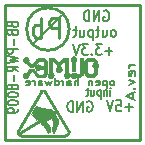
<source format=gbr>
G04 #@! TF.FileFunction,Legend,Bot*
%FSLAX46Y46*%
G04 Gerber Fmt 4.6, Leading zero omitted, Abs format (unit mm)*
G04 Created by KiCad (PCBNEW no-vcs-found-product) date 17.07.2015 (пт) 15,05,02 EEST*
%MOMM*%
G01*
G04 APERTURE LIST*
%ADD10C,0.100000*%
%ADD11C,0.200000*%
%ADD12C,0.175000*%
%ADD13C,0.150000*%
%ADD14C,0.254000*%
%ADD15C,0.050000*%
%ADD16C,0.009000*%
G04 APERTURE END LIST*
D10*
D11*
X26269905Y-24134143D02*
X25736571Y-24134143D01*
X25888952Y-24134143D02*
X25812762Y-24177000D01*
X25774667Y-24219857D01*
X25736571Y-24305571D01*
X25736571Y-24391286D01*
X26231810Y-25034143D02*
X26269905Y-24948429D01*
X26269905Y-24777000D01*
X26231810Y-24691286D01*
X26155619Y-24648429D01*
X25850857Y-24648429D01*
X25774667Y-24691286D01*
X25736571Y-24777000D01*
X25736571Y-24948429D01*
X25774667Y-25034143D01*
X25850857Y-25077000D01*
X25927048Y-25077000D01*
X26003238Y-24648429D01*
X25736571Y-25377000D02*
X26269905Y-25591286D01*
X25736571Y-25805572D01*
X26193714Y-26148429D02*
X26231810Y-26191286D01*
X26269905Y-26148429D01*
X26231810Y-26105572D01*
X26193714Y-26148429D01*
X26269905Y-26148429D01*
X26041333Y-26534143D02*
X26041333Y-26962714D01*
X26269905Y-26448428D02*
X25469905Y-26748428D01*
X26269905Y-27048428D01*
D12*
X15874214Y-20720499D02*
X15917071Y-20820499D01*
X15959929Y-20853832D01*
X16045643Y-20887166D01*
X16174214Y-20887166D01*
X16259929Y-20853832D01*
X16302786Y-20820499D01*
X16345643Y-20753832D01*
X16345643Y-20487166D01*
X15445643Y-20487166D01*
X15445643Y-20720499D01*
X15488500Y-20787166D01*
X15531357Y-20820499D01*
X15617071Y-20853832D01*
X15702786Y-20853832D01*
X15788500Y-20820499D01*
X15831357Y-20787166D01*
X15874214Y-20720499D01*
X15874214Y-20487166D01*
X15874214Y-21420499D02*
X15917071Y-21520499D01*
X15959929Y-21553832D01*
X16045643Y-21587166D01*
X16174214Y-21587166D01*
X16259929Y-21553832D01*
X16302786Y-21520499D01*
X16345643Y-21453832D01*
X16345643Y-21187166D01*
X15445643Y-21187166D01*
X15445643Y-21420499D01*
X15488500Y-21487166D01*
X15531357Y-21520499D01*
X15617071Y-21553832D01*
X15702786Y-21553832D01*
X15788500Y-21520499D01*
X15831357Y-21487166D01*
X15874214Y-21420499D01*
X15874214Y-21187166D01*
X16002786Y-21887166D02*
X16002786Y-22420499D01*
X16345643Y-22753833D02*
X15445643Y-22753833D01*
X15445643Y-23020499D01*
X15488500Y-23087166D01*
X15531357Y-23120499D01*
X15617071Y-23153833D01*
X15745643Y-23153833D01*
X15831357Y-23120499D01*
X15874214Y-23087166D01*
X15917071Y-23020499D01*
X15917071Y-22753833D01*
X15445643Y-23387166D02*
X16345643Y-23553833D01*
X15702786Y-23687166D01*
X16345643Y-23820499D01*
X15445643Y-23987166D01*
X16345643Y-24653833D02*
X15917071Y-24420499D01*
X16345643Y-24253833D02*
X15445643Y-24253833D01*
X15445643Y-24520499D01*
X15488500Y-24587166D01*
X15531357Y-24620499D01*
X15617071Y-24653833D01*
X15745643Y-24653833D01*
X15831357Y-24620499D01*
X15874214Y-24587166D01*
X15917071Y-24520499D01*
X15917071Y-24253833D01*
X16002786Y-24953833D02*
X16002786Y-25487166D01*
X15831357Y-25920500D02*
X15788500Y-25853833D01*
X15745643Y-25820500D01*
X15659929Y-25787166D01*
X15617071Y-25787166D01*
X15531357Y-25820500D01*
X15488500Y-25853833D01*
X15445643Y-25920500D01*
X15445643Y-26053833D01*
X15488500Y-26120500D01*
X15531357Y-26153833D01*
X15617071Y-26187166D01*
X15659929Y-26187166D01*
X15745643Y-26153833D01*
X15788500Y-26120500D01*
X15831357Y-26053833D01*
X15831357Y-25920500D01*
X15874214Y-25853833D01*
X15917071Y-25820500D01*
X16002786Y-25787166D01*
X16174214Y-25787166D01*
X16259929Y-25820500D01*
X16302786Y-25853833D01*
X16345643Y-25920500D01*
X16345643Y-26053833D01*
X16302786Y-26120500D01*
X16259929Y-26153833D01*
X16174214Y-26187166D01*
X16002786Y-26187166D01*
X15917071Y-26153833D01*
X15874214Y-26120500D01*
X15831357Y-26053833D01*
X15445643Y-26620500D02*
X15445643Y-26687167D01*
X15488500Y-26753833D01*
X15531357Y-26787167D01*
X15617071Y-26820500D01*
X15788500Y-26853833D01*
X16002786Y-26853833D01*
X16174214Y-26820500D01*
X16259929Y-26787167D01*
X16302786Y-26753833D01*
X16345643Y-26687167D01*
X16345643Y-26620500D01*
X16302786Y-26553833D01*
X16259929Y-26520500D01*
X16174214Y-26487167D01*
X16002786Y-26453833D01*
X15788500Y-26453833D01*
X15617071Y-26487167D01*
X15531357Y-26520500D01*
X15488500Y-26553833D01*
X15445643Y-26620500D01*
X15445643Y-27287167D02*
X15445643Y-27353834D01*
X15488500Y-27420500D01*
X15531357Y-27453834D01*
X15617071Y-27487167D01*
X15788500Y-27520500D01*
X16002786Y-27520500D01*
X16174214Y-27487167D01*
X16259929Y-27453834D01*
X16302786Y-27420500D01*
X16345643Y-27353834D01*
X16345643Y-27287167D01*
X16302786Y-27220500D01*
X16259929Y-27187167D01*
X16174214Y-27153834D01*
X16002786Y-27120500D01*
X15788500Y-27120500D01*
X15617071Y-27153834D01*
X15531357Y-27187167D01*
X15488500Y-27220500D01*
X15445643Y-27287167D01*
X16345643Y-27853834D02*
X16345643Y-27987167D01*
X16302786Y-28053834D01*
X16259929Y-28087167D01*
X16131357Y-28153834D01*
X15959929Y-28187167D01*
X15617071Y-28187167D01*
X15531357Y-28153834D01*
X15488500Y-28120501D01*
X15445643Y-28053834D01*
X15445643Y-27920501D01*
X15488500Y-27853834D01*
X15531357Y-27820501D01*
X15617071Y-27787167D01*
X15831357Y-27787167D01*
X15917071Y-27820501D01*
X15959929Y-27853834D01*
X16002786Y-27920501D01*
X16002786Y-28053834D01*
X15959929Y-28120501D01*
X15917071Y-28153834D01*
X15831357Y-28187167D01*
D13*
X24163214Y-26732667D02*
X24163214Y-26266000D01*
X24163214Y-26032667D02*
X24191785Y-26066000D01*
X24163214Y-26099333D01*
X24134642Y-26066000D01*
X24163214Y-26032667D01*
X24163214Y-26099333D01*
X23877500Y-26266000D02*
X23877500Y-26732667D01*
X23877500Y-26332667D02*
X23848928Y-26299333D01*
X23791786Y-26266000D01*
X23706071Y-26266000D01*
X23648928Y-26299333D01*
X23620357Y-26366000D01*
X23620357Y-26732667D01*
X23334643Y-26266000D02*
X23334643Y-26966000D01*
X23334643Y-26299333D02*
X23277500Y-26266000D01*
X23163214Y-26266000D01*
X23106071Y-26299333D01*
X23077500Y-26332667D01*
X23048929Y-26399333D01*
X23048929Y-26599333D01*
X23077500Y-26666000D01*
X23106071Y-26699333D01*
X23163214Y-26732667D01*
X23277500Y-26732667D01*
X23334643Y-26699333D01*
X22534643Y-26266000D02*
X22534643Y-26732667D01*
X22791786Y-26266000D02*
X22791786Y-26632667D01*
X22763214Y-26699333D01*
X22706072Y-26732667D01*
X22620357Y-26732667D01*
X22563214Y-26699333D01*
X22534643Y-26666000D01*
X22334643Y-26266000D02*
X22106072Y-26266000D01*
X22248929Y-26032667D02*
X22248929Y-26632667D01*
X22220357Y-26699333D01*
X22163215Y-26732667D01*
X22106072Y-26732667D01*
D11*
X22199523Y-27236000D02*
X22275714Y-27193143D01*
X22389999Y-27193143D01*
X22504285Y-27236000D01*
X22580476Y-27321714D01*
X22618571Y-27407429D01*
X22656666Y-27578857D01*
X22656666Y-27707429D01*
X22618571Y-27878857D01*
X22580476Y-27964571D01*
X22504285Y-28050286D01*
X22389999Y-28093143D01*
X22313809Y-28093143D01*
X22199523Y-28050286D01*
X22161428Y-28007429D01*
X22161428Y-27707429D01*
X22313809Y-27707429D01*
X21818571Y-28093143D02*
X21818571Y-27193143D01*
X21361428Y-28093143D01*
X21361428Y-27193143D01*
X20980476Y-28093143D02*
X20980476Y-27193143D01*
X20790000Y-27193143D01*
X20675714Y-27236000D01*
X20599523Y-27321714D01*
X20561428Y-27407429D01*
X20523333Y-27578857D01*
X20523333Y-27707429D01*
X20561428Y-27878857D01*
X20599523Y-27964571D01*
X20675714Y-28050286D01*
X20790000Y-28093143D01*
X20980476Y-28093143D01*
X26047571Y-27686786D02*
X25438047Y-27686786D01*
X25742809Y-28029643D02*
X25742809Y-27343929D01*
X24676142Y-27129643D02*
X25057095Y-27129643D01*
X25095190Y-27558214D01*
X25057095Y-27515357D01*
X24980904Y-27472500D01*
X24790428Y-27472500D01*
X24714238Y-27515357D01*
X24676142Y-27558214D01*
X24638047Y-27643929D01*
X24638047Y-27858214D01*
X24676142Y-27943929D01*
X24714238Y-27986786D01*
X24790428Y-28029643D01*
X24980904Y-28029643D01*
X25057095Y-27986786D01*
X25095190Y-27943929D01*
X24409476Y-27129643D02*
X24142809Y-28029643D01*
X23876142Y-27129643D01*
X24460001Y-21743143D02*
X24536192Y-21700286D01*
X24574287Y-21657429D01*
X24612382Y-21571714D01*
X24612382Y-21314571D01*
X24574287Y-21228857D01*
X24536192Y-21186000D01*
X24460001Y-21143143D01*
X24345715Y-21143143D01*
X24269525Y-21186000D01*
X24231430Y-21228857D01*
X24193334Y-21314571D01*
X24193334Y-21571714D01*
X24231430Y-21657429D01*
X24269525Y-21700286D01*
X24345715Y-21743143D01*
X24460001Y-21743143D01*
X23507620Y-21143143D02*
X23507620Y-21743143D01*
X23850477Y-21143143D02*
X23850477Y-21614571D01*
X23812382Y-21700286D01*
X23736191Y-21743143D01*
X23621905Y-21743143D01*
X23545715Y-21700286D01*
X23507620Y-21657429D01*
X23240953Y-21143143D02*
X22936191Y-21143143D01*
X23126667Y-20843143D02*
X23126667Y-21614571D01*
X23088572Y-21700286D01*
X23012381Y-21743143D01*
X22936191Y-21743143D01*
X22669524Y-21143143D02*
X22669524Y-22043143D01*
X22669524Y-21186000D02*
X22593333Y-21143143D01*
X22440952Y-21143143D01*
X22364762Y-21186000D01*
X22326667Y-21228857D01*
X22288571Y-21314571D01*
X22288571Y-21571714D01*
X22326667Y-21657429D01*
X22364762Y-21700286D01*
X22440952Y-21743143D01*
X22593333Y-21743143D01*
X22669524Y-21700286D01*
X21602857Y-21143143D02*
X21602857Y-21743143D01*
X21945714Y-21143143D02*
X21945714Y-21614571D01*
X21907619Y-21700286D01*
X21831428Y-21743143D01*
X21717142Y-21743143D01*
X21640952Y-21700286D01*
X21602857Y-21657429D01*
X21336190Y-21143143D02*
X21031428Y-21143143D01*
X21221904Y-20843143D02*
X21221904Y-21614571D01*
X21183809Y-21700286D01*
X21107618Y-21743143D01*
X21031428Y-21743143D01*
X23596523Y-19552500D02*
X23672714Y-19509643D01*
X23786999Y-19509643D01*
X23901285Y-19552500D01*
X23977476Y-19638214D01*
X24015571Y-19723929D01*
X24053666Y-19895357D01*
X24053666Y-20023929D01*
X24015571Y-20195357D01*
X23977476Y-20281071D01*
X23901285Y-20366786D01*
X23786999Y-20409643D01*
X23710809Y-20409643D01*
X23596523Y-20366786D01*
X23558428Y-20323929D01*
X23558428Y-20023929D01*
X23710809Y-20023929D01*
X23215571Y-20409643D02*
X23215571Y-19509643D01*
X22758428Y-20409643D01*
X22758428Y-19509643D01*
X22377476Y-20409643D02*
X22377476Y-19509643D01*
X22187000Y-19509643D01*
X22072714Y-19552500D01*
X21996523Y-19638214D01*
X21958428Y-19723929D01*
X21920333Y-19895357D01*
X21920333Y-20023929D01*
X21958428Y-20195357D01*
X21996523Y-20281071D01*
X22072714Y-20366786D01*
X22187000Y-20409643D01*
X22377476Y-20409643D01*
X24333000Y-22924286D02*
X23723476Y-22924286D01*
X24028238Y-23267143D02*
X24028238Y-22581429D01*
X23418714Y-22367143D02*
X22923476Y-22367143D01*
X23190143Y-22710000D01*
X23075857Y-22710000D01*
X22999667Y-22752857D01*
X22961571Y-22795714D01*
X22923476Y-22881429D01*
X22923476Y-23095714D01*
X22961571Y-23181429D01*
X22999667Y-23224286D01*
X23075857Y-23267143D01*
X23304429Y-23267143D01*
X23380619Y-23224286D01*
X23418714Y-23181429D01*
X22580619Y-23181429D02*
X22542524Y-23224286D01*
X22580619Y-23267143D01*
X22618714Y-23224286D01*
X22580619Y-23181429D01*
X22580619Y-23267143D01*
X22275857Y-22367143D02*
X21780619Y-22367143D01*
X22047286Y-22710000D01*
X21933000Y-22710000D01*
X21856810Y-22752857D01*
X21818714Y-22795714D01*
X21780619Y-22881429D01*
X21780619Y-23095714D01*
X21818714Y-23181429D01*
X21856810Y-23224286D01*
X21933000Y-23267143D01*
X22161572Y-23267143D01*
X22237762Y-23224286D01*
X22275857Y-23181429D01*
X21552048Y-22367143D02*
X21285381Y-23267143D01*
X21018714Y-22367143D01*
D13*
X24381164Y-25861929D02*
X24447831Y-25833357D01*
X24481164Y-25804786D01*
X24514498Y-25747643D01*
X24514498Y-25576214D01*
X24481164Y-25519071D01*
X24447831Y-25490500D01*
X24381164Y-25461929D01*
X24281164Y-25461929D01*
X24214498Y-25490500D01*
X24181164Y-25519071D01*
X24147831Y-25576214D01*
X24147831Y-25747643D01*
X24181164Y-25804786D01*
X24214498Y-25833357D01*
X24281164Y-25861929D01*
X24381164Y-25861929D01*
X23847831Y-25461929D02*
X23847831Y-26061929D01*
X23847831Y-25490500D02*
X23781165Y-25461929D01*
X23647831Y-25461929D01*
X23581165Y-25490500D01*
X23547831Y-25519071D01*
X23514498Y-25576214D01*
X23514498Y-25747643D01*
X23547831Y-25804786D01*
X23581165Y-25833357D01*
X23647831Y-25861929D01*
X23781165Y-25861929D01*
X23847831Y-25833357D01*
X22947832Y-25833357D02*
X23014498Y-25861929D01*
X23147832Y-25861929D01*
X23214498Y-25833357D01*
X23247832Y-25776214D01*
X23247832Y-25547643D01*
X23214498Y-25490500D01*
X23147832Y-25461929D01*
X23014498Y-25461929D01*
X22947832Y-25490500D01*
X22914498Y-25547643D01*
X22914498Y-25604786D01*
X23247832Y-25661929D01*
X22614498Y-25461929D02*
X22614498Y-25861929D01*
X22614498Y-25519071D02*
X22581165Y-25490500D01*
X22514498Y-25461929D01*
X22414498Y-25461929D01*
X22347832Y-25490500D01*
X22314498Y-25547643D01*
X22314498Y-25861929D01*
X21447832Y-25861929D02*
X21447832Y-25261929D01*
X21147832Y-25861929D02*
X21147832Y-25547643D01*
X21181166Y-25490500D01*
X21247832Y-25461929D01*
X21347832Y-25461929D01*
X21414499Y-25490500D01*
X21447832Y-25519071D01*
X20514499Y-25861929D02*
X20514499Y-25547643D01*
X20547833Y-25490500D01*
X20614499Y-25461929D01*
X20747833Y-25461929D01*
X20814499Y-25490500D01*
X20514499Y-25833357D02*
X20581166Y-25861929D01*
X20747833Y-25861929D01*
X20814499Y-25833357D01*
X20847833Y-25776214D01*
X20847833Y-25719071D01*
X20814499Y-25661929D01*
X20747833Y-25633357D01*
X20581166Y-25633357D01*
X20514499Y-25604786D01*
X20181166Y-25861929D02*
X20181166Y-25461929D01*
X20181166Y-25576214D02*
X20147833Y-25519071D01*
X20114500Y-25490500D01*
X20047833Y-25461929D01*
X19981166Y-25461929D01*
X19447833Y-25861929D02*
X19447833Y-25261929D01*
X19447833Y-25833357D02*
X19514500Y-25861929D01*
X19647833Y-25861929D01*
X19714500Y-25833357D01*
X19747833Y-25804786D01*
X19781167Y-25747643D01*
X19781167Y-25576214D01*
X19747833Y-25519071D01*
X19714500Y-25490500D01*
X19647833Y-25461929D01*
X19514500Y-25461929D01*
X19447833Y-25490500D01*
X19181167Y-25461929D02*
X19047834Y-25861929D01*
X18914500Y-25576214D01*
X18781167Y-25861929D01*
X18647834Y-25461929D01*
X18081167Y-25861929D02*
X18081167Y-25547643D01*
X18114501Y-25490500D01*
X18181167Y-25461929D01*
X18314501Y-25461929D01*
X18381167Y-25490500D01*
X18081167Y-25833357D02*
X18147834Y-25861929D01*
X18314501Y-25861929D01*
X18381167Y-25833357D01*
X18414501Y-25776214D01*
X18414501Y-25719071D01*
X18381167Y-25661929D01*
X18314501Y-25633357D01*
X18147834Y-25633357D01*
X18081167Y-25604786D01*
X17747834Y-25861929D02*
X17747834Y-25461929D01*
X17747834Y-25576214D02*
X17714501Y-25519071D01*
X17681168Y-25490500D01*
X17614501Y-25461929D01*
X17547834Y-25461929D01*
X17047835Y-25833357D02*
X17114501Y-25861929D01*
X17247835Y-25861929D01*
X17314501Y-25833357D01*
X17347835Y-25776214D01*
X17347835Y-25547643D01*
X17314501Y-25490500D01*
X17247835Y-25461929D01*
X17114501Y-25461929D01*
X17047835Y-25490500D01*
X17014501Y-25547643D01*
X17014501Y-25604786D01*
X17347835Y-25661929D01*
D14*
X15240000Y-19050000D02*
X26670000Y-19050000D01*
X15240000Y-30480000D02*
X15240000Y-19050000D01*
X26670000Y-30480000D02*
X15240000Y-30480000D01*
X26670000Y-19050000D02*
X26670000Y-30480000D01*
X19385280Y-28298140D02*
X18280380Y-28963620D01*
X19598640Y-28016200D02*
X16385540Y-29956760D01*
X18923000Y-29715460D02*
X18724880Y-29324300D01*
X18724880Y-29324300D02*
X18417540Y-28999180D01*
X18473420Y-28897580D02*
X18829020Y-29222700D01*
X18829020Y-29222700D02*
X18902680Y-29466540D01*
X18902680Y-29466540D02*
X18923000Y-29715460D01*
X19448780Y-29237940D02*
X19357340Y-29563060D01*
X19431000Y-28829000D02*
X19448780Y-29230320D01*
X19626580Y-28872180D02*
X19354800Y-29705300D01*
X19243040Y-28468320D02*
X19530060Y-28907740D01*
X19397980Y-28417520D02*
X19598640Y-28793440D01*
X17706340Y-28333700D02*
X17884140Y-28554680D01*
X17881600Y-27711400D02*
X17701260Y-28008580D01*
X19067780Y-27973020D02*
X18089880Y-27828240D01*
X17965420Y-27762200D02*
X17739360Y-27952700D01*
X18120360Y-27828240D02*
X17584420Y-28214320D01*
X18384520Y-27871420D02*
X17686020Y-28331160D01*
X18686780Y-27906980D02*
X17797780Y-28481020D01*
X18958560Y-27975560D02*
X17934940Y-28613100D01*
X19164300Y-28041600D02*
X18021300Y-28707080D01*
D15*
X17665700Y-28524200D02*
X17780000Y-28638500D01*
X17777460Y-28635960D02*
X17988280Y-28834080D01*
X17571720Y-28384500D02*
X17670780Y-28526740D01*
X17437100Y-28260040D02*
X17569180Y-28381960D01*
X17840960Y-27561540D02*
X17437100Y-28260040D01*
X18018760Y-27670760D02*
X17846040Y-27561540D01*
X18133060Y-27719020D02*
X18018760Y-27670760D01*
X18407380Y-27764740D02*
X18135600Y-27716480D01*
X19070320Y-27853640D02*
X18407380Y-27764740D01*
X19141440Y-27873960D02*
X19070320Y-27853640D01*
X19174460Y-27896820D02*
X19141440Y-27873960D01*
X19220180Y-27945080D02*
X19177000Y-27899360D01*
X19314160Y-28064460D02*
X19220180Y-27945080D01*
X19644360Y-28587700D02*
X19512280Y-28384500D01*
X19712940Y-28724000D02*
X19644360Y-28584000D01*
X19728180Y-28818840D02*
X19712940Y-28727400D01*
X19728180Y-28935680D02*
X19728180Y-28821380D01*
X19715480Y-28999180D02*
X19728180Y-28938220D01*
X19425920Y-29811980D02*
X19712940Y-28996640D01*
X19397980Y-29842460D02*
X19425920Y-29811980D01*
X19352260Y-29860240D02*
X19392900Y-29845000D01*
X19311620Y-29850080D02*
X19352260Y-29860240D01*
X19270980Y-29817060D02*
X19311620Y-29850080D01*
X19240500Y-29748480D02*
X19270980Y-29817060D01*
X19225260Y-29634180D02*
X19240500Y-29748480D01*
X19232880Y-29522420D02*
X19225260Y-29634180D01*
X19255740Y-29397960D02*
X19232880Y-29522420D01*
X19286220Y-29314140D02*
X19255740Y-29397960D01*
X19316700Y-29255720D02*
X19286220Y-29314140D01*
X19304000Y-28968700D02*
X19316700Y-29255720D01*
X19319240Y-28900120D02*
X19304000Y-28968700D01*
X19314160Y-28841700D02*
X19316700Y-28900120D01*
X19230340Y-28717240D02*
X19314160Y-28841700D01*
X19151600Y-28577540D02*
X19230340Y-28717240D01*
X18656300Y-28882340D02*
X19151600Y-28577540D01*
X18900140Y-29103320D02*
X18653760Y-28879800D01*
X18953480Y-29182060D02*
X18900140Y-29103320D01*
X18996660Y-29270960D02*
X18953480Y-29182060D01*
X19029680Y-29397960D02*
X18996660Y-29276040D01*
X19044920Y-29532580D02*
X19029680Y-29397960D01*
X19042380Y-29659580D02*
X19044920Y-29532580D01*
X19032220Y-29733240D02*
X19042480Y-29659580D01*
X19014440Y-29781500D02*
X19032220Y-29733240D01*
X18996660Y-29804360D02*
X19014440Y-29782750D01*
X18958560Y-29829760D02*
X18991580Y-29809440D01*
X18877280Y-29842460D02*
X18956020Y-29829760D01*
X18554700Y-29309060D02*
X18630900Y-29425900D01*
X18630900Y-29425900D02*
X18877280Y-29842460D01*
X18470880Y-29215080D02*
X18554700Y-29309060D01*
X18415000Y-29166820D02*
X18470880Y-29215080D01*
X18293080Y-29077920D02*
X18415000Y-29166820D01*
D14*
X16578580Y-30109160D02*
G75*
G02X16355060Y-29814520I35560J259080D01*
G01*
X20650200Y-29865320D02*
G75*
G02X20429220Y-30106620I-231140J-10160D01*
G01*
X18333720Y-26349960D02*
G75*
G02X18623280Y-26349960I144780J-144780D01*
G01*
X20647660Y-29829760D02*
X18669000Y-26405840D01*
X20350480Y-30111700D02*
X16586200Y-30109160D01*
X18293080Y-26400760D02*
X16365220Y-29745940D01*
D16*
G36*
X20818158Y-24992594D02*
X20820346Y-25040773D01*
X20830306Y-25084058D01*
X20836255Y-25098242D01*
X20859793Y-25134881D01*
X20892539Y-25171432D01*
X20929440Y-25202850D01*
X20959578Y-25221400D01*
X20982940Y-25229240D01*
X20982940Y-25002490D01*
X20986007Y-24968295D01*
X20996575Y-24946238D01*
X21016698Y-24934223D01*
X21048429Y-24930155D01*
X21053874Y-24930100D01*
X21079529Y-24931875D01*
X21100358Y-24936408D01*
X21107632Y-24939829D01*
X21120853Y-24957825D01*
X21127833Y-24984371D01*
X21128563Y-25014147D01*
X21123032Y-25041830D01*
X21111232Y-25062097D01*
X21107862Y-25064983D01*
X21087757Y-25072766D01*
X21060251Y-25075316D01*
X21031480Y-25072929D01*
X21007580Y-25065906D01*
X20998180Y-25059640D01*
X20988325Y-25044956D01*
X20983725Y-25023499D01*
X20982940Y-25002490D01*
X20982940Y-25229240D01*
X20995554Y-25233473D01*
X21038649Y-25239859D01*
X21082567Y-25240200D01*
X21121010Y-25234137D01*
X21130270Y-25231117D01*
X21161768Y-25215513D01*
X21194897Y-25193325D01*
X21224440Y-25168487D01*
X21245183Y-25144932D01*
X21245830Y-25143959D01*
X21261070Y-25120644D01*
X21423240Y-25120622D01*
X21482508Y-25120344D01*
X21528414Y-25119456D01*
X21562824Y-25117849D01*
X21587609Y-25115414D01*
X21604637Y-25112044D01*
X21611555Y-25109676D01*
X21626884Y-25100040D01*
X21650138Y-25081471D01*
X21679051Y-25056170D01*
X21711357Y-25026340D01*
X21744792Y-24994186D01*
X21777090Y-24961909D01*
X21805985Y-24931713D01*
X21829212Y-24905800D01*
X21844505Y-24886374D01*
X21848864Y-24878910D01*
X21850727Y-24872164D01*
X21852363Y-24860695D01*
X21853787Y-24843617D01*
X21855012Y-24820043D01*
X21856049Y-24789086D01*
X21856914Y-24749858D01*
X21857619Y-24701474D01*
X21858178Y-24643046D01*
X21858603Y-24573686D01*
X21858909Y-24492509D01*
X21859108Y-24398628D01*
X21859213Y-24291154D01*
X21859240Y-24187395D01*
X21859240Y-23520400D01*
X21741130Y-23520400D01*
X21623020Y-23520400D01*
X21623020Y-24151159D01*
X21623020Y-24781919D01*
X21571394Y-24833149D01*
X21519768Y-24884380D01*
X21390419Y-24884358D01*
X21261070Y-24884336D01*
X21245830Y-24861021D01*
X21226434Y-24838518D01*
X21198043Y-24814025D01*
X21165719Y-24791442D01*
X21134523Y-24774666D01*
X21132597Y-24773845D01*
X21093747Y-24763990D01*
X21048329Y-24762231D01*
X21002493Y-24768266D01*
X20962389Y-24781792D01*
X20961417Y-24782271D01*
X20916989Y-24810817D01*
X20876499Y-24848643D01*
X20844754Y-24891004D01*
X20837008Y-24905183D01*
X20823720Y-24945428D01*
X20818158Y-24992594D01*
X20818158Y-24992594D01*
X20818158Y-24992594D01*
G37*
X20818158Y-24992594D02*
X20820346Y-25040773D01*
X20830306Y-25084058D01*
X20836255Y-25098242D01*
X20859793Y-25134881D01*
X20892539Y-25171432D01*
X20929440Y-25202850D01*
X20959578Y-25221400D01*
X20982940Y-25229240D01*
X20982940Y-25002490D01*
X20986007Y-24968295D01*
X20996575Y-24946238D01*
X21016698Y-24934223D01*
X21048429Y-24930155D01*
X21053874Y-24930100D01*
X21079529Y-24931875D01*
X21100358Y-24936408D01*
X21107632Y-24939829D01*
X21120853Y-24957825D01*
X21127833Y-24984371D01*
X21128563Y-25014147D01*
X21123032Y-25041830D01*
X21111232Y-25062097D01*
X21107862Y-25064983D01*
X21087757Y-25072766D01*
X21060251Y-25075316D01*
X21031480Y-25072929D01*
X21007580Y-25065906D01*
X20998180Y-25059640D01*
X20988325Y-25044956D01*
X20983725Y-25023499D01*
X20982940Y-25002490D01*
X20982940Y-25229240D01*
X20995554Y-25233473D01*
X21038649Y-25239859D01*
X21082567Y-25240200D01*
X21121010Y-25234137D01*
X21130270Y-25231117D01*
X21161768Y-25215513D01*
X21194897Y-25193325D01*
X21224440Y-25168487D01*
X21245183Y-25144932D01*
X21245830Y-25143959D01*
X21261070Y-25120644D01*
X21423240Y-25120622D01*
X21482508Y-25120344D01*
X21528414Y-25119456D01*
X21562824Y-25117849D01*
X21587609Y-25115414D01*
X21604637Y-25112044D01*
X21611555Y-25109676D01*
X21626884Y-25100040D01*
X21650138Y-25081471D01*
X21679051Y-25056170D01*
X21711357Y-25026340D01*
X21744792Y-24994186D01*
X21777090Y-24961909D01*
X21805985Y-24931713D01*
X21829212Y-24905800D01*
X21844505Y-24886374D01*
X21848864Y-24878910D01*
X21850727Y-24872164D01*
X21852363Y-24860695D01*
X21853787Y-24843617D01*
X21855012Y-24820043D01*
X21856049Y-24789086D01*
X21856914Y-24749858D01*
X21857619Y-24701474D01*
X21858178Y-24643046D01*
X21858603Y-24573686D01*
X21858909Y-24492509D01*
X21859108Y-24398628D01*
X21859213Y-24291154D01*
X21859240Y-24187395D01*
X21859240Y-23520400D01*
X21741130Y-23520400D01*
X21623020Y-23520400D01*
X21623020Y-24151159D01*
X21623020Y-24781919D01*
X21571394Y-24833149D01*
X21519768Y-24884380D01*
X21390419Y-24884358D01*
X21261070Y-24884336D01*
X21245830Y-24861021D01*
X21226434Y-24838518D01*
X21198043Y-24814025D01*
X21165719Y-24791442D01*
X21134523Y-24774666D01*
X21132597Y-24773845D01*
X21093747Y-24763990D01*
X21048329Y-24762231D01*
X21002493Y-24768266D01*
X20962389Y-24781792D01*
X20961417Y-24782271D01*
X20916989Y-24810817D01*
X20876499Y-24848643D01*
X20844754Y-24891004D01*
X20837008Y-24905183D01*
X20823720Y-24945428D01*
X20818158Y-24992594D01*
X20818158Y-24992594D01*
G36*
X18873943Y-24977521D02*
X18874546Y-25026296D01*
X18883830Y-25073446D01*
X18893424Y-25098242D01*
X18916585Y-25134627D01*
X18949088Y-25171094D01*
X18985916Y-25202612D01*
X19016478Y-25221565D01*
X19039840Y-25229181D01*
X19039840Y-25002490D01*
X19042907Y-24968295D01*
X19053475Y-24946238D01*
X19073598Y-24934223D01*
X19105329Y-24930155D01*
X19110774Y-24930100D01*
X19136429Y-24931875D01*
X19157258Y-24936408D01*
X19164532Y-24939829D01*
X19177753Y-24957825D01*
X19184733Y-24984371D01*
X19185463Y-25014147D01*
X19179932Y-25041830D01*
X19168132Y-25062097D01*
X19164762Y-25064983D01*
X19144657Y-25072766D01*
X19117151Y-25075316D01*
X19088380Y-25072929D01*
X19064480Y-25065906D01*
X19055080Y-25059640D01*
X19045225Y-25044956D01*
X19040625Y-25023499D01*
X19039840Y-25002490D01*
X19039840Y-25229181D01*
X19056281Y-25234541D01*
X19103265Y-25239735D01*
X19151525Y-25237172D01*
X19195150Y-25226873D01*
X19209537Y-25220812D01*
X19252699Y-25192747D01*
X19292696Y-25154253D01*
X19324881Y-25110070D01*
X19333165Y-25094704D01*
X19347712Y-25051865D01*
X19353526Y-25004259D01*
X19350317Y-24957872D01*
X19341351Y-24926362D01*
X19324780Y-24894663D01*
X19302231Y-24861785D01*
X19277556Y-24832753D01*
X19254604Y-24812592D01*
X19253699Y-24811990D01*
X19230384Y-24796750D01*
X19230362Y-24276685D01*
X19230340Y-23756620D01*
X19262781Y-23756620D01*
X19271514Y-23756827D01*
X19279714Y-23758144D01*
X19288598Y-23761612D01*
X19299382Y-23768275D01*
X19313286Y-23779173D01*
X19331524Y-23795350D01*
X19355317Y-23817847D01*
X19385879Y-23847708D01*
X19424429Y-23885973D01*
X19472184Y-23933686D01*
X19487571Y-23949080D01*
X19679920Y-24141540D01*
X19679898Y-24213875D01*
X19679733Y-24247499D01*
X19678646Y-24269342D01*
X19675717Y-24282861D01*
X19670023Y-24291515D01*
X19660644Y-24298763D01*
X19656561Y-24301450D01*
X19631138Y-24323562D01*
X19605302Y-24355097D01*
X19582838Y-24390831D01*
X19568268Y-24423320D01*
X19559743Y-24466981D01*
X19560346Y-24515756D01*
X19569630Y-24562906D01*
X19579224Y-24587702D01*
X19602385Y-24624087D01*
X19634888Y-24660553D01*
X19671716Y-24692072D01*
X19702278Y-24711024D01*
X19725640Y-24718641D01*
X19725640Y-24491950D01*
X19728707Y-24457755D01*
X19739275Y-24435698D01*
X19759398Y-24423683D01*
X19791129Y-24419615D01*
X19796574Y-24419560D01*
X19822229Y-24421335D01*
X19843058Y-24425868D01*
X19850332Y-24429289D01*
X19863553Y-24447285D01*
X19870533Y-24473831D01*
X19871263Y-24503607D01*
X19865732Y-24531290D01*
X19853932Y-24551557D01*
X19850562Y-24554443D01*
X19830457Y-24562226D01*
X19802951Y-24564776D01*
X19774180Y-24562389D01*
X19750280Y-24555366D01*
X19740880Y-24549100D01*
X19731025Y-24534416D01*
X19726425Y-24512959D01*
X19725640Y-24491950D01*
X19725640Y-24718641D01*
X19742081Y-24724001D01*
X19789065Y-24729195D01*
X19837325Y-24726632D01*
X19880950Y-24716333D01*
X19895336Y-24710272D01*
X19938499Y-24682207D01*
X19978496Y-24643713D01*
X20010681Y-24599530D01*
X20018965Y-24584164D01*
X20033512Y-24541325D01*
X20039326Y-24493719D01*
X20036117Y-24447332D01*
X20027151Y-24415822D01*
X20010580Y-24384123D01*
X19988031Y-24351245D01*
X19963356Y-24322213D01*
X19940404Y-24302052D01*
X19939499Y-24301450D01*
X19928694Y-24293905D01*
X19921880Y-24286100D01*
X19918136Y-24274578D01*
X19916540Y-24255879D01*
X19916172Y-24226546D01*
X19916162Y-24213875D01*
X19916140Y-24141540D01*
X20108489Y-23949080D01*
X20159076Y-23898499D01*
X20200113Y-23857660D01*
X20232817Y-23825522D01*
X20258406Y-23801043D01*
X20278096Y-23783179D01*
X20293105Y-23770890D01*
X20304650Y-23763132D01*
X20313949Y-23758864D01*
X20322219Y-23757043D01*
X20330677Y-23756627D01*
X20333279Y-23756620D01*
X20365720Y-23756620D01*
X20365698Y-24276685D01*
X20365676Y-24796750D01*
X20342361Y-24811990D01*
X20316938Y-24834102D01*
X20291102Y-24865637D01*
X20268638Y-24901371D01*
X20254068Y-24933860D01*
X20245543Y-24977521D01*
X20246146Y-25026296D01*
X20255430Y-25073446D01*
X20265024Y-25098242D01*
X20288244Y-25134713D01*
X20320795Y-25171194D01*
X20357633Y-25202636D01*
X20388078Y-25221400D01*
X20411440Y-25229251D01*
X20411440Y-25002490D01*
X20414507Y-24968295D01*
X20425075Y-24946238D01*
X20445198Y-24934223D01*
X20476929Y-24930155D01*
X20482374Y-24930100D01*
X20508029Y-24931875D01*
X20528858Y-24936408D01*
X20536132Y-24939829D01*
X20549353Y-24957825D01*
X20556333Y-24984371D01*
X20557063Y-25014147D01*
X20551532Y-25041830D01*
X20539732Y-25062097D01*
X20536362Y-25064983D01*
X20516257Y-25072766D01*
X20488751Y-25075316D01*
X20459980Y-25072929D01*
X20436080Y-25065906D01*
X20426680Y-25059640D01*
X20416825Y-25044956D01*
X20412225Y-25023499D01*
X20411440Y-25002490D01*
X20411440Y-25229251D01*
X20423708Y-25233374D01*
X20466464Y-25239790D01*
X20510083Y-25240284D01*
X20548303Y-25234493D01*
X20558326Y-25231270D01*
X20608193Y-25204826D01*
X20653551Y-25166544D01*
X20691000Y-25119788D01*
X20713177Y-25078077D01*
X20721269Y-25046638D01*
X20724352Y-25007549D01*
X20722436Y-24967551D01*
X20715532Y-24933385D01*
X20712951Y-24926362D01*
X20696380Y-24894663D01*
X20673831Y-24861785D01*
X20649156Y-24832753D01*
X20626204Y-24812592D01*
X20625299Y-24811990D01*
X20601984Y-24796750D01*
X20601962Y-24158575D01*
X20601940Y-23520400D01*
X20419556Y-23520400D01*
X20360749Y-23520740D01*
X20309350Y-23521714D01*
X20267202Y-23523248D01*
X20236145Y-23525271D01*
X20218021Y-23527711D01*
X20215721Y-23528380D01*
X20205527Y-23535477D01*
X20185982Y-23552154D01*
X20158439Y-23577143D01*
X20124252Y-23609174D01*
X20084776Y-23646981D01*
X20041363Y-23689295D01*
X19996096Y-23734121D01*
X19797921Y-23931883D01*
X19603665Y-23736804D01*
X19558062Y-23691387D01*
X19514903Y-23649125D01*
X19475578Y-23611323D01*
X19441477Y-23579291D01*
X19413991Y-23554335D01*
X19394509Y-23537764D01*
X19384890Y-23531063D01*
X19372728Y-23527440D01*
X19353870Y-23524672D01*
X19326607Y-23522672D01*
X19289232Y-23521352D01*
X19240039Y-23520623D01*
X19177321Y-23520400D01*
X19177245Y-23520400D01*
X18994120Y-23520400D01*
X18994098Y-24158575D01*
X18994076Y-24796750D01*
X18970761Y-24811990D01*
X18945338Y-24834102D01*
X18919502Y-24865637D01*
X18897038Y-24901371D01*
X18882468Y-24933860D01*
X18873943Y-24977521D01*
X18873943Y-24977521D01*
X18873943Y-24977521D01*
G37*
X18873943Y-24977521D02*
X18874546Y-25026296D01*
X18883830Y-25073446D01*
X18893424Y-25098242D01*
X18916585Y-25134627D01*
X18949088Y-25171094D01*
X18985916Y-25202612D01*
X19016478Y-25221565D01*
X19039840Y-25229181D01*
X19039840Y-25002490D01*
X19042907Y-24968295D01*
X19053475Y-24946238D01*
X19073598Y-24934223D01*
X19105329Y-24930155D01*
X19110774Y-24930100D01*
X19136429Y-24931875D01*
X19157258Y-24936408D01*
X19164532Y-24939829D01*
X19177753Y-24957825D01*
X19184733Y-24984371D01*
X19185463Y-25014147D01*
X19179932Y-25041830D01*
X19168132Y-25062097D01*
X19164762Y-25064983D01*
X19144657Y-25072766D01*
X19117151Y-25075316D01*
X19088380Y-25072929D01*
X19064480Y-25065906D01*
X19055080Y-25059640D01*
X19045225Y-25044956D01*
X19040625Y-25023499D01*
X19039840Y-25002490D01*
X19039840Y-25229181D01*
X19056281Y-25234541D01*
X19103265Y-25239735D01*
X19151525Y-25237172D01*
X19195150Y-25226873D01*
X19209537Y-25220812D01*
X19252699Y-25192747D01*
X19292696Y-25154253D01*
X19324881Y-25110070D01*
X19333165Y-25094704D01*
X19347712Y-25051865D01*
X19353526Y-25004259D01*
X19350317Y-24957872D01*
X19341351Y-24926362D01*
X19324780Y-24894663D01*
X19302231Y-24861785D01*
X19277556Y-24832753D01*
X19254604Y-24812592D01*
X19253699Y-24811990D01*
X19230384Y-24796750D01*
X19230362Y-24276685D01*
X19230340Y-23756620D01*
X19262781Y-23756620D01*
X19271514Y-23756827D01*
X19279714Y-23758144D01*
X19288598Y-23761612D01*
X19299382Y-23768275D01*
X19313286Y-23779173D01*
X19331524Y-23795350D01*
X19355317Y-23817847D01*
X19385879Y-23847708D01*
X19424429Y-23885973D01*
X19472184Y-23933686D01*
X19487571Y-23949080D01*
X19679920Y-24141540D01*
X19679898Y-24213875D01*
X19679733Y-24247499D01*
X19678646Y-24269342D01*
X19675717Y-24282861D01*
X19670023Y-24291515D01*
X19660644Y-24298763D01*
X19656561Y-24301450D01*
X19631138Y-24323562D01*
X19605302Y-24355097D01*
X19582838Y-24390831D01*
X19568268Y-24423320D01*
X19559743Y-24466981D01*
X19560346Y-24515756D01*
X19569630Y-24562906D01*
X19579224Y-24587702D01*
X19602385Y-24624087D01*
X19634888Y-24660553D01*
X19671716Y-24692072D01*
X19702278Y-24711024D01*
X19725640Y-24718641D01*
X19725640Y-24491950D01*
X19728707Y-24457755D01*
X19739275Y-24435698D01*
X19759398Y-24423683D01*
X19791129Y-24419615D01*
X19796574Y-24419560D01*
X19822229Y-24421335D01*
X19843058Y-24425868D01*
X19850332Y-24429289D01*
X19863553Y-24447285D01*
X19870533Y-24473831D01*
X19871263Y-24503607D01*
X19865732Y-24531290D01*
X19853932Y-24551557D01*
X19850562Y-24554443D01*
X19830457Y-24562226D01*
X19802951Y-24564776D01*
X19774180Y-24562389D01*
X19750280Y-24555366D01*
X19740880Y-24549100D01*
X19731025Y-24534416D01*
X19726425Y-24512959D01*
X19725640Y-24491950D01*
X19725640Y-24718641D01*
X19742081Y-24724001D01*
X19789065Y-24729195D01*
X19837325Y-24726632D01*
X19880950Y-24716333D01*
X19895336Y-24710272D01*
X19938499Y-24682207D01*
X19978496Y-24643713D01*
X20010681Y-24599530D01*
X20018965Y-24584164D01*
X20033512Y-24541325D01*
X20039326Y-24493719D01*
X20036117Y-24447332D01*
X20027151Y-24415822D01*
X20010580Y-24384123D01*
X19988031Y-24351245D01*
X19963356Y-24322213D01*
X19940404Y-24302052D01*
X19939499Y-24301450D01*
X19928694Y-24293905D01*
X19921880Y-24286100D01*
X19918136Y-24274578D01*
X19916540Y-24255879D01*
X19916172Y-24226546D01*
X19916162Y-24213875D01*
X19916140Y-24141540D01*
X20108489Y-23949080D01*
X20159076Y-23898499D01*
X20200113Y-23857660D01*
X20232817Y-23825522D01*
X20258406Y-23801043D01*
X20278096Y-23783179D01*
X20293105Y-23770890D01*
X20304650Y-23763132D01*
X20313949Y-23758864D01*
X20322219Y-23757043D01*
X20330677Y-23756627D01*
X20333279Y-23756620D01*
X20365720Y-23756620D01*
X20365698Y-24276685D01*
X20365676Y-24796750D01*
X20342361Y-24811990D01*
X20316938Y-24834102D01*
X20291102Y-24865637D01*
X20268638Y-24901371D01*
X20254068Y-24933860D01*
X20245543Y-24977521D01*
X20246146Y-25026296D01*
X20255430Y-25073446D01*
X20265024Y-25098242D01*
X20288244Y-25134713D01*
X20320795Y-25171194D01*
X20357633Y-25202636D01*
X20388078Y-25221400D01*
X20411440Y-25229251D01*
X20411440Y-25002490D01*
X20414507Y-24968295D01*
X20425075Y-24946238D01*
X20445198Y-24934223D01*
X20476929Y-24930155D01*
X20482374Y-24930100D01*
X20508029Y-24931875D01*
X20528858Y-24936408D01*
X20536132Y-24939829D01*
X20549353Y-24957825D01*
X20556333Y-24984371D01*
X20557063Y-25014147D01*
X20551532Y-25041830D01*
X20539732Y-25062097D01*
X20536362Y-25064983D01*
X20516257Y-25072766D01*
X20488751Y-25075316D01*
X20459980Y-25072929D01*
X20436080Y-25065906D01*
X20426680Y-25059640D01*
X20416825Y-25044956D01*
X20412225Y-25023499D01*
X20411440Y-25002490D01*
X20411440Y-25229251D01*
X20423708Y-25233374D01*
X20466464Y-25239790D01*
X20510083Y-25240284D01*
X20548303Y-25234493D01*
X20558326Y-25231270D01*
X20608193Y-25204826D01*
X20653551Y-25166544D01*
X20691000Y-25119788D01*
X20713177Y-25078077D01*
X20721269Y-25046638D01*
X20724352Y-25007549D01*
X20722436Y-24967551D01*
X20715532Y-24933385D01*
X20712951Y-24926362D01*
X20696380Y-24894663D01*
X20673831Y-24861785D01*
X20649156Y-24832753D01*
X20626204Y-24812592D01*
X20625299Y-24811990D01*
X20601984Y-24796750D01*
X20601962Y-24158575D01*
X20601940Y-23520400D01*
X20419556Y-23520400D01*
X20360749Y-23520740D01*
X20309350Y-23521714D01*
X20267202Y-23523248D01*
X20236145Y-23525271D01*
X20218021Y-23527711D01*
X20215721Y-23528380D01*
X20205527Y-23535477D01*
X20185982Y-23552154D01*
X20158439Y-23577143D01*
X20124252Y-23609174D01*
X20084776Y-23646981D01*
X20041363Y-23689295D01*
X19996096Y-23734121D01*
X19797921Y-23931883D01*
X19603665Y-23736804D01*
X19558062Y-23691387D01*
X19514903Y-23649125D01*
X19475578Y-23611323D01*
X19441477Y-23579291D01*
X19413991Y-23554335D01*
X19394509Y-23537764D01*
X19384890Y-23531063D01*
X19372728Y-23527440D01*
X19353870Y-23524672D01*
X19326607Y-23522672D01*
X19289232Y-23521352D01*
X19240039Y-23520623D01*
X19177321Y-23520400D01*
X19177245Y-23520400D01*
X18994120Y-23520400D01*
X18994098Y-24158575D01*
X18994076Y-24796750D01*
X18970761Y-24811990D01*
X18945338Y-24834102D01*
X18919502Y-24865637D01*
X18897038Y-24901371D01*
X18882468Y-24933860D01*
X18873943Y-24977521D01*
X18873943Y-24977521D01*
G36*
X16756698Y-24992594D02*
X16758886Y-25040773D01*
X16768846Y-25084058D01*
X16774795Y-25098242D01*
X16798333Y-25134881D01*
X16831079Y-25171432D01*
X16867980Y-25202850D01*
X16898118Y-25221400D01*
X16921480Y-25229251D01*
X16921480Y-25002490D01*
X16924546Y-24968295D01*
X16935115Y-24946238D01*
X16955238Y-24934223D01*
X16986969Y-24930155D01*
X16992414Y-24930100D01*
X17018069Y-24931875D01*
X17038898Y-24936408D01*
X17046172Y-24939829D01*
X17059393Y-24957825D01*
X17066373Y-24984371D01*
X17067103Y-25014147D01*
X17061572Y-25041830D01*
X17049772Y-25062097D01*
X17046403Y-25064983D01*
X17026297Y-25072766D01*
X16998791Y-25075316D01*
X16970020Y-25072929D01*
X16946120Y-25065906D01*
X16936720Y-25059640D01*
X16926865Y-25044956D01*
X16922265Y-25023499D01*
X16921480Y-25002490D01*
X16921480Y-25229251D01*
X16933748Y-25233374D01*
X16976504Y-25239790D01*
X17020123Y-25240284D01*
X17058343Y-25234493D01*
X17068366Y-25231270D01*
X17118233Y-25204826D01*
X17163591Y-25166544D01*
X17201040Y-25119788D01*
X17223217Y-25078077D01*
X17231386Y-25046303D01*
X17234411Y-25006914D01*
X17232315Y-24966631D01*
X17225121Y-24932175D01*
X17222686Y-24925633D01*
X17210520Y-24896515D01*
X17323080Y-24783767D01*
X17435639Y-24671020D01*
X17477689Y-24671020D01*
X17519739Y-24671020D01*
X17763535Y-24915623D01*
X17814563Y-24966519D01*
X17863037Y-25014288D01*
X17907752Y-25057787D01*
X17947504Y-25095869D01*
X17981089Y-25127388D01*
X18007304Y-25151201D01*
X18024943Y-25166160D01*
X18031850Y-25170893D01*
X18047583Y-25174308D01*
X18076078Y-25177128D01*
X18114866Y-25179354D01*
X18161482Y-25180984D01*
X18213457Y-25182016D01*
X18268325Y-25182448D01*
X18323619Y-25182280D01*
X18376871Y-25181509D01*
X18425614Y-25180135D01*
X18467382Y-25178155D01*
X18499706Y-25175569D01*
X18520120Y-25172374D01*
X18523830Y-25171184D01*
X18538451Y-25161568D01*
X18560845Y-25142697D01*
X18588808Y-25116836D01*
X18620138Y-25086249D01*
X18652632Y-25053203D01*
X18684086Y-25019962D01*
X18712298Y-24988793D01*
X18735065Y-24961961D01*
X18750183Y-24941731D01*
X18754596Y-24933875D01*
X18756881Y-24920753D01*
X18758930Y-24893892D01*
X18760743Y-24854792D01*
X18762319Y-24804953D01*
X18763658Y-24745874D01*
X18764761Y-24679056D01*
X18765627Y-24605997D01*
X18766256Y-24528198D01*
X18766649Y-24447158D01*
X18766806Y-24364377D01*
X18766725Y-24281354D01*
X18766409Y-24199589D01*
X18765855Y-24120582D01*
X18765065Y-24045833D01*
X18764039Y-23976840D01*
X18762776Y-23915104D01*
X18761276Y-23862125D01*
X18759540Y-23819401D01*
X18757567Y-23788433D01*
X18755358Y-23770721D01*
X18754596Y-23768085D01*
X18744960Y-23752756D01*
X18726391Y-23729502D01*
X18701090Y-23700589D01*
X18671261Y-23668283D01*
X18639106Y-23634848D01*
X18606829Y-23602550D01*
X18576633Y-23573655D01*
X18550720Y-23550428D01*
X18531294Y-23535135D01*
X18523830Y-23530776D01*
X18507899Y-23527381D01*
X18479243Y-23524593D01*
X18440326Y-23522413D01*
X18393618Y-23520839D01*
X18341585Y-23519869D01*
X18286693Y-23519501D01*
X18231411Y-23519735D01*
X18178206Y-23520568D01*
X18129544Y-23522000D01*
X18087893Y-23524029D01*
X18055719Y-23526653D01*
X18035491Y-23529872D01*
X18031850Y-23531067D01*
X18021486Y-23538579D01*
X18001638Y-23555809D01*
X17973510Y-23581612D01*
X17938305Y-23614843D01*
X17897228Y-23654355D01*
X17851483Y-23699004D01*
X17802273Y-23747644D01*
X17763535Y-23786337D01*
X17519739Y-24030940D01*
X17477689Y-24030940D01*
X17435639Y-24030940D01*
X17323080Y-23918192D01*
X17210520Y-23805445D01*
X17222686Y-23776327D01*
X17233423Y-23734161D01*
X17234622Y-23686310D01*
X17226560Y-23638744D01*
X17214805Y-23607256D01*
X17183921Y-23559120D01*
X17142473Y-23516167D01*
X17095099Y-23483069D01*
X17087783Y-23479251D01*
X17038263Y-23462602D01*
X16984787Y-23458456D01*
X16932113Y-23466815D01*
X16899957Y-23479251D01*
X16855529Y-23507797D01*
X16815039Y-23545623D01*
X16783294Y-23587984D01*
X16775548Y-23602163D01*
X16765502Y-23626426D01*
X16759948Y-23651759D01*
X16757799Y-23684059D01*
X16757650Y-23699470D01*
X16761134Y-23749451D01*
X16772917Y-23790944D01*
X16794994Y-23828689D01*
X16827634Y-23865706D01*
X16874896Y-23904313D01*
X16921480Y-23926534D01*
X16921480Y-23699470D01*
X16924546Y-23665275D01*
X16935115Y-23643218D01*
X16955238Y-23631203D01*
X16986969Y-23627135D01*
X16992414Y-23627080D01*
X17018069Y-23628855D01*
X17038898Y-23633388D01*
X17046172Y-23636809D01*
X17059393Y-23654805D01*
X17066373Y-23681351D01*
X17067103Y-23711127D01*
X17061572Y-23738810D01*
X17049772Y-23759077D01*
X17046403Y-23761963D01*
X17026297Y-23769746D01*
X16998791Y-23772296D01*
X16970020Y-23769909D01*
X16946120Y-23762886D01*
X16936720Y-23756620D01*
X16926865Y-23741936D01*
X16922265Y-23720479D01*
X16921480Y-23699470D01*
X16921480Y-23926534D01*
X16925192Y-23928305D01*
X16974406Y-23937846D01*
X17016730Y-23941009D01*
X17172940Y-24096100D01*
X17213921Y-24136336D01*
X17252383Y-24173249D01*
X17286744Y-24205385D01*
X17315422Y-24231293D01*
X17336837Y-24249523D01*
X17349406Y-24258621D01*
X17350601Y-24259175D01*
X17369638Y-24263070D01*
X17399868Y-24265697D01*
X17437575Y-24267094D01*
X17479043Y-24267301D01*
X17520555Y-24266355D01*
X17558396Y-24264295D01*
X17588850Y-24261159D01*
X17608200Y-24256987D01*
X17609430Y-24256493D01*
X17619794Y-24248981D01*
X17639642Y-24231751D01*
X17667770Y-24205948D01*
X17702975Y-24172717D01*
X17744052Y-24133205D01*
X17789797Y-24088556D01*
X17839007Y-24039916D01*
X17877745Y-24001223D01*
X18121541Y-23756620D01*
X18274190Y-23756620D01*
X18426839Y-23756620D01*
X18478069Y-23808246D01*
X18529300Y-23859872D01*
X18529300Y-24033036D01*
X18529300Y-24206200D01*
X18378805Y-24206178D01*
X18228310Y-24206156D01*
X18213070Y-24182841D01*
X18193674Y-24160337D01*
X18165283Y-24135845D01*
X18132959Y-24113262D01*
X18101763Y-24096486D01*
X18099837Y-24095665D01*
X18060987Y-24085810D01*
X18015569Y-24084051D01*
X17969733Y-24090086D01*
X17929629Y-24103612D01*
X17928657Y-24104091D01*
X17884229Y-24132637D01*
X17843739Y-24170463D01*
X17811994Y-24212824D01*
X17804248Y-24227003D01*
X17790960Y-24267248D01*
X17785398Y-24314414D01*
X17787586Y-24362593D01*
X17797546Y-24405878D01*
X17803495Y-24420062D01*
X17826989Y-24456649D01*
X17859645Y-24493119D01*
X17896439Y-24524454D01*
X17926818Y-24543116D01*
X17950180Y-24550898D01*
X17950180Y-24324310D01*
X17953246Y-24290115D01*
X17963815Y-24268058D01*
X17983938Y-24256043D01*
X18015669Y-24251975D01*
X18021114Y-24251920D01*
X18046769Y-24253695D01*
X18067598Y-24258228D01*
X18074872Y-24261649D01*
X18088093Y-24279645D01*
X18095073Y-24306191D01*
X18095803Y-24335967D01*
X18090272Y-24363650D01*
X18078472Y-24383917D01*
X18075103Y-24386803D01*
X18054997Y-24394586D01*
X18027491Y-24397136D01*
X17998720Y-24394749D01*
X17974820Y-24387726D01*
X17965420Y-24381460D01*
X17955565Y-24366776D01*
X17950965Y-24345319D01*
X17950180Y-24324310D01*
X17950180Y-24550898D01*
X17969737Y-24557412D01*
X18018340Y-24563298D01*
X18065889Y-24560326D01*
X18091200Y-24554072D01*
X18126140Y-24538162D01*
X18161754Y-24515349D01*
X18192815Y-24489421D01*
X18213070Y-24465779D01*
X18228310Y-24442464D01*
X18378805Y-24442442D01*
X18529300Y-24442420D01*
X18529300Y-24642649D01*
X18529300Y-24842879D01*
X18477674Y-24894109D01*
X18426048Y-24945340D01*
X18273794Y-24945340D01*
X18121541Y-24945340D01*
X17877745Y-24700737D01*
X17826717Y-24649841D01*
X17778243Y-24602072D01*
X17733528Y-24558573D01*
X17693776Y-24520491D01*
X17660191Y-24488971D01*
X17633976Y-24465159D01*
X17616337Y-24450200D01*
X17609430Y-24445467D01*
X17589623Y-24440576D01*
X17558446Y-24437087D01*
X17519704Y-24435000D01*
X17477205Y-24434315D01*
X17434752Y-24435032D01*
X17396151Y-24437152D01*
X17365209Y-24440674D01*
X17346050Y-24445457D01*
X17334380Y-24453543D01*
X17313708Y-24471036D01*
X17285663Y-24496426D01*
X17251877Y-24528201D01*
X17213979Y-24564852D01*
X17173602Y-24604868D01*
X17169201Y-24609287D01*
X17016873Y-24762460D01*
X16978293Y-24762460D01*
X16933946Y-24769429D01*
X16888630Y-24788860D01*
X16845486Y-24818542D01*
X16807658Y-24856263D01*
X16778287Y-24899809D01*
X16775548Y-24905183D01*
X16762260Y-24945428D01*
X16756698Y-24992594D01*
X16756698Y-24992594D01*
X16756698Y-24992594D01*
G37*
X16756698Y-24992594D02*
X16758886Y-25040773D01*
X16768846Y-25084058D01*
X16774795Y-25098242D01*
X16798333Y-25134881D01*
X16831079Y-25171432D01*
X16867980Y-25202850D01*
X16898118Y-25221400D01*
X16921480Y-25229251D01*
X16921480Y-25002490D01*
X16924546Y-24968295D01*
X16935115Y-24946238D01*
X16955238Y-24934223D01*
X16986969Y-24930155D01*
X16992414Y-24930100D01*
X17018069Y-24931875D01*
X17038898Y-24936408D01*
X17046172Y-24939829D01*
X17059393Y-24957825D01*
X17066373Y-24984371D01*
X17067103Y-25014147D01*
X17061572Y-25041830D01*
X17049772Y-25062097D01*
X17046403Y-25064983D01*
X17026297Y-25072766D01*
X16998791Y-25075316D01*
X16970020Y-25072929D01*
X16946120Y-25065906D01*
X16936720Y-25059640D01*
X16926865Y-25044956D01*
X16922265Y-25023499D01*
X16921480Y-25002490D01*
X16921480Y-25229251D01*
X16933748Y-25233374D01*
X16976504Y-25239790D01*
X17020123Y-25240284D01*
X17058343Y-25234493D01*
X17068366Y-25231270D01*
X17118233Y-25204826D01*
X17163591Y-25166544D01*
X17201040Y-25119788D01*
X17223217Y-25078077D01*
X17231386Y-25046303D01*
X17234411Y-25006914D01*
X17232315Y-24966631D01*
X17225121Y-24932175D01*
X17222686Y-24925633D01*
X17210520Y-24896515D01*
X17323080Y-24783767D01*
X17435639Y-24671020D01*
X17477689Y-24671020D01*
X17519739Y-24671020D01*
X17763535Y-24915623D01*
X17814563Y-24966519D01*
X17863037Y-25014288D01*
X17907752Y-25057787D01*
X17947504Y-25095869D01*
X17981089Y-25127388D01*
X18007304Y-25151201D01*
X18024943Y-25166160D01*
X18031850Y-25170893D01*
X18047583Y-25174308D01*
X18076078Y-25177128D01*
X18114866Y-25179354D01*
X18161482Y-25180984D01*
X18213457Y-25182016D01*
X18268325Y-25182448D01*
X18323619Y-25182280D01*
X18376871Y-25181509D01*
X18425614Y-25180135D01*
X18467382Y-25178155D01*
X18499706Y-25175569D01*
X18520120Y-25172374D01*
X18523830Y-25171184D01*
X18538451Y-25161568D01*
X18560845Y-25142697D01*
X18588808Y-25116836D01*
X18620138Y-25086249D01*
X18652632Y-25053203D01*
X18684086Y-25019962D01*
X18712298Y-24988793D01*
X18735065Y-24961961D01*
X18750183Y-24941731D01*
X18754596Y-24933875D01*
X18756881Y-24920753D01*
X18758930Y-24893892D01*
X18760743Y-24854792D01*
X18762319Y-24804953D01*
X18763658Y-24745874D01*
X18764761Y-24679056D01*
X18765627Y-24605997D01*
X18766256Y-24528198D01*
X18766649Y-24447158D01*
X18766806Y-24364377D01*
X18766725Y-24281354D01*
X18766409Y-24199589D01*
X18765855Y-24120582D01*
X18765065Y-24045833D01*
X18764039Y-23976840D01*
X18762776Y-23915104D01*
X18761276Y-23862125D01*
X18759540Y-23819401D01*
X18757567Y-23788433D01*
X18755358Y-23770721D01*
X18754596Y-23768085D01*
X18744960Y-23752756D01*
X18726391Y-23729502D01*
X18701090Y-23700589D01*
X18671261Y-23668283D01*
X18639106Y-23634848D01*
X18606829Y-23602550D01*
X18576633Y-23573655D01*
X18550720Y-23550428D01*
X18531294Y-23535135D01*
X18523830Y-23530776D01*
X18507899Y-23527381D01*
X18479243Y-23524593D01*
X18440326Y-23522413D01*
X18393618Y-23520839D01*
X18341585Y-23519869D01*
X18286693Y-23519501D01*
X18231411Y-23519735D01*
X18178206Y-23520568D01*
X18129544Y-23522000D01*
X18087893Y-23524029D01*
X18055719Y-23526653D01*
X18035491Y-23529872D01*
X18031850Y-23531067D01*
X18021486Y-23538579D01*
X18001638Y-23555809D01*
X17973510Y-23581612D01*
X17938305Y-23614843D01*
X17897228Y-23654355D01*
X17851483Y-23699004D01*
X17802273Y-23747644D01*
X17763535Y-23786337D01*
X17519739Y-24030940D01*
X17477689Y-24030940D01*
X17435639Y-24030940D01*
X17323080Y-23918192D01*
X17210520Y-23805445D01*
X17222686Y-23776327D01*
X17233423Y-23734161D01*
X17234622Y-23686310D01*
X17226560Y-23638744D01*
X17214805Y-23607256D01*
X17183921Y-23559120D01*
X17142473Y-23516167D01*
X17095099Y-23483069D01*
X17087783Y-23479251D01*
X17038263Y-23462602D01*
X16984787Y-23458456D01*
X16932113Y-23466815D01*
X16899957Y-23479251D01*
X16855529Y-23507797D01*
X16815039Y-23545623D01*
X16783294Y-23587984D01*
X16775548Y-23602163D01*
X16765502Y-23626426D01*
X16759948Y-23651759D01*
X16757799Y-23684059D01*
X16757650Y-23699470D01*
X16761134Y-23749451D01*
X16772917Y-23790944D01*
X16794994Y-23828689D01*
X16827634Y-23865706D01*
X16874896Y-23904313D01*
X16921480Y-23926534D01*
X16921480Y-23699470D01*
X16924546Y-23665275D01*
X16935115Y-23643218D01*
X16955238Y-23631203D01*
X16986969Y-23627135D01*
X16992414Y-23627080D01*
X17018069Y-23628855D01*
X17038898Y-23633388D01*
X17046172Y-23636809D01*
X17059393Y-23654805D01*
X17066373Y-23681351D01*
X17067103Y-23711127D01*
X17061572Y-23738810D01*
X17049772Y-23759077D01*
X17046403Y-23761963D01*
X17026297Y-23769746D01*
X16998791Y-23772296D01*
X16970020Y-23769909D01*
X16946120Y-23762886D01*
X16936720Y-23756620D01*
X16926865Y-23741936D01*
X16922265Y-23720479D01*
X16921480Y-23699470D01*
X16921480Y-23926534D01*
X16925192Y-23928305D01*
X16974406Y-23937846D01*
X17016730Y-23941009D01*
X17172940Y-24096100D01*
X17213921Y-24136336D01*
X17252383Y-24173249D01*
X17286744Y-24205385D01*
X17315422Y-24231293D01*
X17336837Y-24249523D01*
X17349406Y-24258621D01*
X17350601Y-24259175D01*
X17369638Y-24263070D01*
X17399868Y-24265697D01*
X17437575Y-24267094D01*
X17479043Y-24267301D01*
X17520555Y-24266355D01*
X17558396Y-24264295D01*
X17588850Y-24261159D01*
X17608200Y-24256987D01*
X17609430Y-24256493D01*
X17619794Y-24248981D01*
X17639642Y-24231751D01*
X17667770Y-24205948D01*
X17702975Y-24172717D01*
X17744052Y-24133205D01*
X17789797Y-24088556D01*
X17839007Y-24039916D01*
X17877745Y-24001223D01*
X18121541Y-23756620D01*
X18274190Y-23756620D01*
X18426839Y-23756620D01*
X18478069Y-23808246D01*
X18529300Y-23859872D01*
X18529300Y-24033036D01*
X18529300Y-24206200D01*
X18378805Y-24206178D01*
X18228310Y-24206156D01*
X18213070Y-24182841D01*
X18193674Y-24160337D01*
X18165283Y-24135845D01*
X18132959Y-24113262D01*
X18101763Y-24096486D01*
X18099837Y-24095665D01*
X18060987Y-24085810D01*
X18015569Y-24084051D01*
X17969733Y-24090086D01*
X17929629Y-24103612D01*
X17928657Y-24104091D01*
X17884229Y-24132637D01*
X17843739Y-24170463D01*
X17811994Y-24212824D01*
X17804248Y-24227003D01*
X17790960Y-24267248D01*
X17785398Y-24314414D01*
X17787586Y-24362593D01*
X17797546Y-24405878D01*
X17803495Y-24420062D01*
X17826989Y-24456649D01*
X17859645Y-24493119D01*
X17896439Y-24524454D01*
X17926818Y-24543116D01*
X17950180Y-24550898D01*
X17950180Y-24324310D01*
X17953246Y-24290115D01*
X17963815Y-24268058D01*
X17983938Y-24256043D01*
X18015669Y-24251975D01*
X18021114Y-24251920D01*
X18046769Y-24253695D01*
X18067598Y-24258228D01*
X18074872Y-24261649D01*
X18088093Y-24279645D01*
X18095073Y-24306191D01*
X18095803Y-24335967D01*
X18090272Y-24363650D01*
X18078472Y-24383917D01*
X18075103Y-24386803D01*
X18054997Y-24394586D01*
X18027491Y-24397136D01*
X17998720Y-24394749D01*
X17974820Y-24387726D01*
X17965420Y-24381460D01*
X17955565Y-24366776D01*
X17950965Y-24345319D01*
X17950180Y-24324310D01*
X17950180Y-24550898D01*
X17969737Y-24557412D01*
X18018340Y-24563298D01*
X18065889Y-24560326D01*
X18091200Y-24554072D01*
X18126140Y-24538162D01*
X18161754Y-24515349D01*
X18192815Y-24489421D01*
X18213070Y-24465779D01*
X18228310Y-24442464D01*
X18378805Y-24442442D01*
X18529300Y-24442420D01*
X18529300Y-24642649D01*
X18529300Y-24842879D01*
X18477674Y-24894109D01*
X18426048Y-24945340D01*
X18273794Y-24945340D01*
X18121541Y-24945340D01*
X17877745Y-24700737D01*
X17826717Y-24649841D01*
X17778243Y-24602072D01*
X17733528Y-24558573D01*
X17693776Y-24520491D01*
X17660191Y-24488971D01*
X17633976Y-24465159D01*
X17616337Y-24450200D01*
X17609430Y-24445467D01*
X17589623Y-24440576D01*
X17558446Y-24437087D01*
X17519704Y-24435000D01*
X17477205Y-24434315D01*
X17434752Y-24435032D01*
X17396151Y-24437152D01*
X17365209Y-24440674D01*
X17346050Y-24445457D01*
X17334380Y-24453543D01*
X17313708Y-24471036D01*
X17285663Y-24496426D01*
X17251877Y-24528201D01*
X17213979Y-24564852D01*
X17173602Y-24604868D01*
X17169201Y-24609287D01*
X17016873Y-24762460D01*
X16978293Y-24762460D01*
X16933946Y-24769429D01*
X16888630Y-24788860D01*
X16845486Y-24818542D01*
X16807658Y-24856263D01*
X16778287Y-24899809D01*
X16775548Y-24905183D01*
X16762260Y-24945428D01*
X16756698Y-24992594D01*
X16756698Y-24992594D01*
G36*
X21964681Y-24330969D02*
X21964804Y-24411815D01*
X21965172Y-24490984D01*
X21965785Y-24566939D01*
X21966644Y-24638145D01*
X21967749Y-24703065D01*
X21969100Y-24760165D01*
X21970699Y-24807907D01*
X21972545Y-24844758D01*
X21974639Y-24869180D01*
X21976564Y-24878910D01*
X21985923Y-24893054D01*
X22004292Y-24915033D01*
X22029489Y-24942683D01*
X22059328Y-24973835D01*
X22091626Y-25006324D01*
X22124198Y-25037984D01*
X22154862Y-25066648D01*
X22181432Y-25090150D01*
X22201726Y-25106324D01*
X22202140Y-25106573D01*
X22202140Y-24789570D01*
X22202140Y-24324721D01*
X22202140Y-23859872D01*
X22253371Y-23808246D01*
X22304601Y-23756620D01*
X22483684Y-23756620D01*
X22662768Y-23756620D01*
X22714394Y-23807851D01*
X22738286Y-23831858D01*
X22753364Y-23848821D01*
X22761656Y-23862406D01*
X22765188Y-23876280D01*
X22765988Y-23894109D01*
X22765998Y-23901196D01*
X22765183Y-23926193D01*
X22761334Y-23941276D01*
X22752293Y-23951743D01*
X22742661Y-23958550D01*
X22717993Y-23979943D01*
X22692557Y-24010545D01*
X22670257Y-24045061D01*
X22655480Y-24076802D01*
X22644600Y-24129592D01*
X22647404Y-24183826D01*
X22662955Y-24236652D01*
X22690316Y-24285217D01*
X22728551Y-24326666D01*
X22740709Y-24336335D01*
X22765600Y-24354790D01*
X22765810Y-24567959D01*
X22766020Y-24781127D01*
X22714789Y-24832754D01*
X22663559Y-24884380D01*
X22480679Y-24884380D01*
X22297800Y-24884380D01*
X22249970Y-24836975D01*
X22202140Y-24789570D01*
X22202140Y-25106573D01*
X22212161Y-25112602D01*
X22227190Y-25115266D01*
X22255033Y-25117404D01*
X22293405Y-25119031D01*
X22340022Y-25120160D01*
X22392600Y-25120804D01*
X22448856Y-25120978D01*
X22506503Y-25120695D01*
X22563260Y-25119970D01*
X22616840Y-25118814D01*
X22664961Y-25117243D01*
X22705337Y-25115270D01*
X22735686Y-25112909D01*
X22753721Y-25110172D01*
X22756252Y-25109342D01*
X22771298Y-25099661D01*
X22794250Y-25081078D01*
X22811740Y-25065621D01*
X22811740Y-24149050D01*
X22814807Y-24114855D01*
X22825375Y-24092798D01*
X22845498Y-24080783D01*
X22877229Y-24076715D01*
X22882674Y-24076660D01*
X22908329Y-24078435D01*
X22929158Y-24082968D01*
X22936432Y-24086389D01*
X22949653Y-24104385D01*
X22956633Y-24130931D01*
X22957363Y-24160707D01*
X22951832Y-24188390D01*
X22940032Y-24208657D01*
X22936662Y-24211543D01*
X22916557Y-24219326D01*
X22889051Y-24221876D01*
X22860280Y-24219489D01*
X22836380Y-24212466D01*
X22826980Y-24206200D01*
X22817125Y-24191516D01*
X22812525Y-24170059D01*
X22811740Y-24149050D01*
X22811740Y-25065621D01*
X22822858Y-25055795D01*
X22854873Y-25026009D01*
X22888047Y-24993923D01*
X22920128Y-24961734D01*
X22948869Y-24931644D01*
X22972020Y-24905852D01*
X22987331Y-24886558D01*
X22991864Y-24878910D01*
X22994891Y-24868299D01*
X22997313Y-24851333D01*
X22999185Y-24826581D01*
X23000561Y-24792613D01*
X23001495Y-24747998D01*
X23002042Y-24691306D01*
X23002254Y-24621105D01*
X23002262Y-24604590D01*
X23002284Y-24354790D01*
X23025599Y-24339550D01*
X23048387Y-24319892D01*
X23073068Y-24291143D01*
X23095790Y-24258328D01*
X23112704Y-24226472D01*
X23113251Y-24225178D01*
X23121502Y-24193273D01*
X23124645Y-24153796D01*
X23122683Y-24113535D01*
X23115614Y-24079275D01*
X23113251Y-24072922D01*
X23096680Y-24041223D01*
X23074131Y-24008345D01*
X23049456Y-23979313D01*
X23026504Y-23959152D01*
X23025599Y-23958550D01*
X23002284Y-23943310D01*
X23002262Y-23869511D01*
X23001435Y-23834919D01*
X22999239Y-23803887D01*
X22996065Y-23781089D01*
X22994244Y-23774261D01*
X22985782Y-23760925D01*
X22968189Y-23739449D01*
X22943585Y-23711973D01*
X22914092Y-23680632D01*
X22881832Y-23647567D01*
X22848924Y-23614914D01*
X22817492Y-23584812D01*
X22789656Y-23559399D01*
X22767538Y-23540813D01*
X22753258Y-23531192D01*
X22752930Y-23531045D01*
X22737663Y-23527817D01*
X22709480Y-23525113D01*
X22670695Y-23522934D01*
X22623623Y-23521282D01*
X22570579Y-23520156D01*
X22513877Y-23519559D01*
X22455833Y-23519491D01*
X22398760Y-23519954D01*
X22344974Y-23520948D01*
X22296790Y-23522476D01*
X22256521Y-23524538D01*
X22226483Y-23527135D01*
X22208991Y-23530268D01*
X22207610Y-23530776D01*
X22192989Y-23540392D01*
X22170595Y-23559263D01*
X22142632Y-23585124D01*
X22111302Y-23615711D01*
X22078808Y-23648757D01*
X22047354Y-23681998D01*
X22019142Y-23713167D01*
X21996375Y-23739999D01*
X21981257Y-23760229D01*
X21976844Y-23768085D01*
X21974538Y-23781244D01*
X21972473Y-23808083D01*
X21970650Y-23847065D01*
X21969069Y-23896656D01*
X21967729Y-23955319D01*
X21966633Y-24021519D01*
X21965779Y-24093719D01*
X21965169Y-24170385D01*
X21964803Y-24249980D01*
X21964681Y-24330969D01*
X21964681Y-24330969D01*
X21964681Y-24330969D01*
G37*
X21964681Y-24330969D02*
X21964804Y-24411815D01*
X21965172Y-24490984D01*
X21965785Y-24566939D01*
X21966644Y-24638145D01*
X21967749Y-24703065D01*
X21969100Y-24760165D01*
X21970699Y-24807907D01*
X21972545Y-24844758D01*
X21974639Y-24869180D01*
X21976564Y-24878910D01*
X21985923Y-24893054D01*
X22004292Y-24915033D01*
X22029489Y-24942683D01*
X22059328Y-24973835D01*
X22091626Y-25006324D01*
X22124198Y-25037984D01*
X22154862Y-25066648D01*
X22181432Y-25090150D01*
X22201726Y-25106324D01*
X22202140Y-25106573D01*
X22202140Y-24789570D01*
X22202140Y-24324721D01*
X22202140Y-23859872D01*
X22253371Y-23808246D01*
X22304601Y-23756620D01*
X22483684Y-23756620D01*
X22662768Y-23756620D01*
X22714394Y-23807851D01*
X22738286Y-23831858D01*
X22753364Y-23848821D01*
X22761656Y-23862406D01*
X22765188Y-23876280D01*
X22765988Y-23894109D01*
X22765998Y-23901196D01*
X22765183Y-23926193D01*
X22761334Y-23941276D01*
X22752293Y-23951743D01*
X22742661Y-23958550D01*
X22717993Y-23979943D01*
X22692557Y-24010545D01*
X22670257Y-24045061D01*
X22655480Y-24076802D01*
X22644600Y-24129592D01*
X22647404Y-24183826D01*
X22662955Y-24236652D01*
X22690316Y-24285217D01*
X22728551Y-24326666D01*
X22740709Y-24336335D01*
X22765600Y-24354790D01*
X22765810Y-24567959D01*
X22766020Y-24781127D01*
X22714789Y-24832754D01*
X22663559Y-24884380D01*
X22480679Y-24884380D01*
X22297800Y-24884380D01*
X22249970Y-24836975D01*
X22202140Y-24789570D01*
X22202140Y-25106573D01*
X22212161Y-25112602D01*
X22227190Y-25115266D01*
X22255033Y-25117404D01*
X22293405Y-25119031D01*
X22340022Y-25120160D01*
X22392600Y-25120804D01*
X22448856Y-25120978D01*
X22506503Y-25120695D01*
X22563260Y-25119970D01*
X22616840Y-25118814D01*
X22664961Y-25117243D01*
X22705337Y-25115270D01*
X22735686Y-25112909D01*
X22753721Y-25110172D01*
X22756252Y-25109342D01*
X22771298Y-25099661D01*
X22794250Y-25081078D01*
X22811740Y-25065621D01*
X22811740Y-24149050D01*
X22814807Y-24114855D01*
X22825375Y-24092798D01*
X22845498Y-24080783D01*
X22877229Y-24076715D01*
X22882674Y-24076660D01*
X22908329Y-24078435D01*
X22929158Y-24082968D01*
X22936432Y-24086389D01*
X22949653Y-24104385D01*
X22956633Y-24130931D01*
X22957363Y-24160707D01*
X22951832Y-24188390D01*
X22940032Y-24208657D01*
X22936662Y-24211543D01*
X22916557Y-24219326D01*
X22889051Y-24221876D01*
X22860280Y-24219489D01*
X22836380Y-24212466D01*
X22826980Y-24206200D01*
X22817125Y-24191516D01*
X22812525Y-24170059D01*
X22811740Y-24149050D01*
X22811740Y-25065621D01*
X22822858Y-25055795D01*
X22854873Y-25026009D01*
X22888047Y-24993923D01*
X22920128Y-24961734D01*
X22948869Y-24931644D01*
X22972020Y-24905852D01*
X22987331Y-24886558D01*
X22991864Y-24878910D01*
X22994891Y-24868299D01*
X22997313Y-24851333D01*
X22999185Y-24826581D01*
X23000561Y-24792613D01*
X23001495Y-24747998D01*
X23002042Y-24691306D01*
X23002254Y-24621105D01*
X23002262Y-24604590D01*
X23002284Y-24354790D01*
X23025599Y-24339550D01*
X23048387Y-24319892D01*
X23073068Y-24291143D01*
X23095790Y-24258328D01*
X23112704Y-24226472D01*
X23113251Y-24225178D01*
X23121502Y-24193273D01*
X23124645Y-24153796D01*
X23122683Y-24113535D01*
X23115614Y-24079275D01*
X23113251Y-24072922D01*
X23096680Y-24041223D01*
X23074131Y-24008345D01*
X23049456Y-23979313D01*
X23026504Y-23959152D01*
X23025599Y-23958550D01*
X23002284Y-23943310D01*
X23002262Y-23869511D01*
X23001435Y-23834919D01*
X22999239Y-23803887D01*
X22996065Y-23781089D01*
X22994244Y-23774261D01*
X22985782Y-23760925D01*
X22968189Y-23739449D01*
X22943585Y-23711973D01*
X22914092Y-23680632D01*
X22881832Y-23647567D01*
X22848924Y-23614914D01*
X22817492Y-23584812D01*
X22789656Y-23559399D01*
X22767538Y-23540813D01*
X22753258Y-23531192D01*
X22752930Y-23531045D01*
X22737663Y-23527817D01*
X22709480Y-23525113D01*
X22670695Y-23522934D01*
X22623623Y-23521282D01*
X22570579Y-23520156D01*
X22513877Y-23519559D01*
X22455833Y-23519491D01*
X22398760Y-23519954D01*
X22344974Y-23520948D01*
X22296790Y-23522476D01*
X22256521Y-23524538D01*
X22226483Y-23527135D01*
X22208991Y-23530268D01*
X22207610Y-23530776D01*
X22192989Y-23540392D01*
X22170595Y-23559263D01*
X22142632Y-23585124D01*
X22111302Y-23615711D01*
X22078808Y-23648757D01*
X22047354Y-23681998D01*
X22019142Y-23713167D01*
X21996375Y-23739999D01*
X21981257Y-23760229D01*
X21976844Y-23768085D01*
X21974538Y-23781244D01*
X21972473Y-23808083D01*
X21970650Y-23847065D01*
X21969069Y-23896656D01*
X21967729Y-23955319D01*
X21966633Y-24021519D01*
X21965779Y-24093719D01*
X21965169Y-24170385D01*
X21964803Y-24249980D01*
X21964681Y-24330969D01*
X21964681Y-24330969D01*
G36*
X20816027Y-23643416D02*
X20823353Y-23696502D01*
X20844120Y-23747566D01*
X20862467Y-23775362D01*
X20882238Y-23798296D01*
X20903684Y-23819111D01*
X20911909Y-23825795D01*
X20936800Y-23844250D01*
X20937010Y-24257635D01*
X20937220Y-24671020D01*
X20982940Y-24671020D01*
X20982940Y-23638510D01*
X20986007Y-23604315D01*
X20996575Y-23582258D01*
X21016698Y-23570243D01*
X21048429Y-23566175D01*
X21053874Y-23566120D01*
X21079529Y-23567895D01*
X21100358Y-23572428D01*
X21107632Y-23575849D01*
X21120853Y-23593845D01*
X21127833Y-23620391D01*
X21128563Y-23650167D01*
X21123032Y-23677850D01*
X21111232Y-23698117D01*
X21107862Y-23701003D01*
X21087757Y-23708786D01*
X21060251Y-23711336D01*
X21031480Y-23708949D01*
X21007580Y-23701926D01*
X20998180Y-23695660D01*
X20988325Y-23680976D01*
X20983725Y-23659519D01*
X20982940Y-23638510D01*
X20982940Y-24671020D01*
X21055330Y-24671020D01*
X21173440Y-24671020D01*
X21173462Y-24257635D01*
X21173484Y-23844250D01*
X21196799Y-23829010D01*
X21219587Y-23809352D01*
X21244268Y-23780603D01*
X21266990Y-23747788D01*
X21283904Y-23715932D01*
X21284451Y-23714638D01*
X21294908Y-23673365D01*
X21296114Y-23626199D01*
X21288360Y-23579125D01*
X21276265Y-23546296D01*
X21245381Y-23498160D01*
X21203933Y-23455207D01*
X21156559Y-23422109D01*
X21149243Y-23418291D01*
X21099723Y-23401642D01*
X21046247Y-23397496D01*
X20993573Y-23405855D01*
X20961417Y-23418291D01*
X20909933Y-23451213D01*
X20869093Y-23492205D01*
X20839456Y-23539248D01*
X20821581Y-23590325D01*
X20816027Y-23643416D01*
X20816027Y-23643416D01*
X20816027Y-23643416D01*
G37*
X20816027Y-23643416D02*
X20823353Y-23696502D01*
X20844120Y-23747566D01*
X20862467Y-23775362D01*
X20882238Y-23798296D01*
X20903684Y-23819111D01*
X20911909Y-23825795D01*
X20936800Y-23844250D01*
X20937010Y-24257635D01*
X20937220Y-24671020D01*
X20982940Y-24671020D01*
X20982940Y-23638510D01*
X20986007Y-23604315D01*
X20996575Y-23582258D01*
X21016698Y-23570243D01*
X21048429Y-23566175D01*
X21053874Y-23566120D01*
X21079529Y-23567895D01*
X21100358Y-23572428D01*
X21107632Y-23575849D01*
X21120853Y-23593845D01*
X21127833Y-23620391D01*
X21128563Y-23650167D01*
X21123032Y-23677850D01*
X21111232Y-23698117D01*
X21107862Y-23701003D01*
X21087757Y-23708786D01*
X21060251Y-23711336D01*
X21031480Y-23708949D01*
X21007580Y-23701926D01*
X20998180Y-23695660D01*
X20988325Y-23680976D01*
X20983725Y-23659519D01*
X20982940Y-23638510D01*
X20982940Y-24671020D01*
X21055330Y-24671020D01*
X21173440Y-24671020D01*
X21173462Y-24257635D01*
X21173484Y-23844250D01*
X21196799Y-23829010D01*
X21219587Y-23809352D01*
X21244268Y-23780603D01*
X21266990Y-23747788D01*
X21283904Y-23715932D01*
X21284451Y-23714638D01*
X21294908Y-23673365D01*
X21296114Y-23626199D01*
X21288360Y-23579125D01*
X21276265Y-23546296D01*
X21245381Y-23498160D01*
X21203933Y-23455207D01*
X21156559Y-23422109D01*
X21149243Y-23418291D01*
X21099723Y-23401642D01*
X21046247Y-23397496D01*
X20993573Y-23405855D01*
X20961417Y-23418291D01*
X20909933Y-23451213D01*
X20869093Y-23492205D01*
X20839456Y-23539248D01*
X20821581Y-23590325D01*
X20816027Y-23643416D01*
X20816027Y-23643416D01*
D11*
X20032980Y-19921220D02*
X17599660Y-22341840D01*
D14*
X20674437Y-21084540D02*
G75*
G03X20674437Y-21084540I-1802237J0D01*
G01*
X19826788Y-21833268D02*
X19826788Y-20133268D01*
X19255360Y-20133268D01*
X19112502Y-20214220D01*
X19041074Y-20295172D01*
X18969645Y-20457077D01*
X18969645Y-20699934D01*
X19041074Y-20861839D01*
X19112502Y-20942791D01*
X19255360Y-21023744D01*
X19826788Y-21023744D01*
X18326788Y-21833268D02*
X18326788Y-20133268D01*
X18326788Y-20780887D02*
X18183931Y-20699934D01*
X17898217Y-20699934D01*
X17755360Y-20780887D01*
X17683931Y-20861839D01*
X17612502Y-21023744D01*
X17612502Y-21509458D01*
X17683931Y-21671363D01*
X17755360Y-21752315D01*
X17898217Y-21833268D01*
X18183931Y-21833268D01*
X18326788Y-21752315D01*
M02*

</source>
